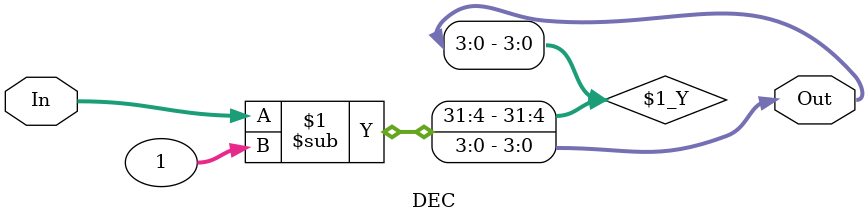
<source format=sv>
module INC(input [3:0] In, output [3:0] Out);
    assign  Out = In + 1;
endmodule

module DEC(input [3:0] In, output [3:0] Out);
    assign Out = In - 1;
endmodule
</source>
